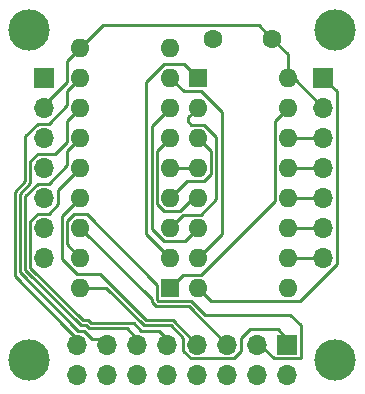
<source format=gbr>
%TF.GenerationSoftware,KiCad,Pcbnew,5.1.6+dfsg1-1*%
%TF.CreationDate,2020-09-04T14:06:56-04:00*%
%TF.ProjectId,74HC595Breakout,37344843-3539-4354-9272-65616b6f7574,rev?*%
%TF.SameCoordinates,Original*%
%TF.FileFunction,Copper,L1,Top*%
%TF.FilePolarity,Positive*%
%FSLAX46Y46*%
G04 Gerber Fmt 4.6, Leading zero omitted, Abs format (unit mm)*
G04 Created by KiCad (PCBNEW 5.1.6+dfsg1-1) date 2020-09-04 14:06:56*
%MOMM*%
%LPD*%
G01*
G04 APERTURE LIST*
%TA.AperFunction,ComponentPad*%
%ADD10C,3.500000*%
%TD*%
%TA.AperFunction,ComponentPad*%
%ADD11C,1.600000*%
%TD*%
%TA.AperFunction,ComponentPad*%
%ADD12R,1.600000X1.600000*%
%TD*%
%TA.AperFunction,ComponentPad*%
%ADD13O,1.600000X1.600000*%
%TD*%
%TA.AperFunction,ComponentPad*%
%ADD14O,1.700000X1.700000*%
%TD*%
%TA.AperFunction,ComponentPad*%
%ADD15R,1.700000X1.700000*%
%TD*%
%TA.AperFunction,Conductor*%
%ADD16C,0.250000*%
%TD*%
G04 APERTURE END LIST*
D10*
%TO.P,REF\u002A\u002A,1*%
%TO.N,N/C*%
X147320000Y-78740000D03*
%TD*%
%TO.P,REF\u002A\u002A,1*%
%TO.N,N/C*%
X121412000Y-78740000D03*
%TD*%
%TO.P,REF\u002A\u002A,1*%
%TO.N,N/C*%
X121412000Y-106680000D03*
%TD*%
%TO.P,REF\u002A\u002A,1*%
%TO.N,N/C*%
X147320000Y-106680000D03*
%TD*%
D11*
%TO.P,C1,1*%
%TO.N,VCC*%
X141986000Y-79502000D03*
%TO.P,C1,2*%
%TO.N,GND*%
X136986000Y-79502000D03*
%TD*%
D12*
%TO.P,U1,1*%
%TO.N,Net-(U1-Pad1)*%
X135675001Y-82825001D03*
D13*
%TO.P,U1,9*%
%TO.N,Net-(J2-Pad3)*%
X143295001Y-100605001D03*
%TO.P,U1,2*%
%TO.N,Net-(U1-Pad2)*%
X135675001Y-85365001D03*
%TO.P,U1,10*%
%TO.N,/SRCLR*%
X143295001Y-98065001D03*
%TO.P,U1,3*%
%TO.N,Net-(U1-Pad3)*%
X135675001Y-87905001D03*
%TO.P,U1,11*%
%TO.N,Net-(J1-Pad6)*%
X143295001Y-95525001D03*
%TO.P,U1,4*%
%TO.N,Net-(U1-Pad4)*%
X135675001Y-90445001D03*
%TO.P,U1,12*%
%TO.N,Net-(J1-Pad5)*%
X143295001Y-92985001D03*
%TO.P,U1,5*%
%TO.N,Net-(U1-Pad5)*%
X135675001Y-92985001D03*
%TO.P,U1,13*%
%TO.N,/OE*%
X143295001Y-90445001D03*
%TO.P,U1,6*%
%TO.N,Net-(U1-Pad6)*%
X135675001Y-95525001D03*
%TO.P,U1,14*%
%TO.N,Net-(J1-Pad3)*%
X143295001Y-87905001D03*
%TO.P,U1,7*%
%TO.N,Net-(U1-Pad7)*%
X135675001Y-98065001D03*
%TO.P,U1,15*%
%TO.N,Net-(U1-Pad15)*%
X143295001Y-85365001D03*
%TO.P,U1,8*%
%TO.N,GND*%
X135675001Y-100605001D03*
%TO.P,U1,16*%
%TO.N,VCC*%
X143295001Y-82825001D03*
%TD*%
D14*
%TO.P,J1,7*%
%TO.N,/SRCLR*%
X146304000Y-98044000D03*
%TO.P,J1,6*%
%TO.N,Net-(J1-Pad6)*%
X146304000Y-95504000D03*
%TO.P,J1,5*%
%TO.N,Net-(J1-Pad5)*%
X146304000Y-92964000D03*
%TO.P,J1,4*%
%TO.N,/OE*%
X146304000Y-90424000D03*
%TO.P,J1,3*%
%TO.N,Net-(J1-Pad3)*%
X146304000Y-87884000D03*
%TO.P,J1,2*%
%TO.N,VCC*%
X146304000Y-85344000D03*
D15*
%TO.P,J1,1*%
%TO.N,GND*%
X146304000Y-82804000D03*
%TD*%
%TO.P,J2,1*%
%TO.N,GND*%
X122682000Y-82804000D03*
D14*
%TO.P,J2,2*%
%TO.N,VCC*%
X122682000Y-85344000D03*
%TO.P,J2,3*%
%TO.N,Net-(J2-Pad3)*%
X122682000Y-87884000D03*
%TO.P,J2,4*%
%TO.N,/OE*%
X122682000Y-90424000D03*
%TO.P,J2,5*%
%TO.N,Net-(J1-Pad5)*%
X122682000Y-92964000D03*
%TO.P,J2,6*%
%TO.N,Net-(J1-Pad6)*%
X122682000Y-95504000D03*
%TO.P,J2,7*%
%TO.N,/SRCLR*%
X122682000Y-98044000D03*
%TD*%
D12*
%TO.P,U2,1*%
%TO.N,Net-(U1-Pad15)*%
X133350000Y-100584000D03*
D13*
%TO.P,U2,10*%
%TO.N,VCC*%
X125730000Y-80264000D03*
%TO.P,U2,2*%
%TO.N,Net-(U1-Pad1)*%
X133350000Y-98044000D03*
%TO.P,U2,11*%
%TO.N,Net-(J3-Pad8)*%
X125730000Y-82804000D03*
%TO.P,U2,3*%
%TO.N,Net-(U1-Pad2)*%
X133350000Y-95504000D03*
%TO.P,U2,12*%
%TO.N,Net-(J3-Pad7)*%
X125730000Y-85344000D03*
%TO.P,U2,4*%
%TO.N,Net-(U1-Pad3)*%
X133350000Y-92964000D03*
%TO.P,U2,13*%
%TO.N,Net-(J3-Pad6)*%
X125730000Y-87884000D03*
%TO.P,U2,5*%
%TO.N,Net-(U1-Pad4)*%
X133350000Y-90424000D03*
%TO.P,U2,14*%
%TO.N,Net-(J3-Pad5)*%
X125730000Y-90424000D03*
%TO.P,U2,6*%
%TO.N,Net-(U1-Pad5)*%
X133350000Y-87884000D03*
%TO.P,U2,15*%
%TO.N,Net-(J3-Pad4)*%
X125730000Y-92964000D03*
%TO.P,U2,7*%
%TO.N,Net-(U1-Pad6)*%
X133350000Y-85344000D03*
%TO.P,U2,16*%
%TO.N,Net-(J3-Pad3)*%
X125730000Y-95504000D03*
%TO.P,U2,8*%
%TO.N,Net-(U1-Pad7)*%
X133350000Y-82804000D03*
%TO.P,U2,17*%
%TO.N,Net-(J3-Pad2)*%
X125730000Y-98044000D03*
%TO.P,U2,9*%
%TO.N,GND*%
X133350000Y-80264000D03*
%TO.P,U2,18*%
%TO.N,Net-(J3-Pad1)*%
X125730000Y-100584000D03*
%TD*%
D15*
%TO.P,J3,1*%
%TO.N,Net-(J3-Pad1)*%
X143256000Y-105410000D03*
D14*
%TO.P,J3,9*%
%TO.N,VCC*%
X143256000Y-107950000D03*
%TO.P,J3,2*%
%TO.N,Net-(J3-Pad2)*%
X140716000Y-105410000D03*
%TO.P,J3,10*%
%TO.N,VCC*%
X140716000Y-107950000D03*
%TO.P,J3,3*%
%TO.N,Net-(J3-Pad3)*%
X138176000Y-105410000D03*
%TO.P,J3,11*%
%TO.N,VCC*%
X138176000Y-107950000D03*
%TO.P,J3,4*%
%TO.N,Net-(J3-Pad4)*%
X135636000Y-105410000D03*
%TO.P,J3,12*%
%TO.N,VCC*%
X135636000Y-107950000D03*
%TO.P,J3,5*%
%TO.N,Net-(J3-Pad5)*%
X133096000Y-105410000D03*
%TO.P,J3,13*%
%TO.N,VCC*%
X133096000Y-107950000D03*
%TO.P,J3,6*%
%TO.N,Net-(J3-Pad6)*%
X130556000Y-105410000D03*
%TO.P,J3,14*%
%TO.N,VCC*%
X130556000Y-107950000D03*
%TO.P,J3,7*%
%TO.N,Net-(J3-Pad7)*%
X128016000Y-105410000D03*
%TO.P,J3,15*%
%TO.N,VCC*%
X128016000Y-107950000D03*
%TO.P,J3,8*%
%TO.N,Net-(J3-Pad8)*%
X125476000Y-105410000D03*
%TO.P,J3,16*%
%TO.N,VCC*%
X125476000Y-107950000D03*
%TD*%
D16*
%TO.N,VCC*%
X143295001Y-80811001D02*
X141986000Y-79502000D01*
X143295001Y-82825001D02*
X143295001Y-80811001D01*
X143785001Y-82825001D02*
X143295001Y-82825001D01*
X146304000Y-85344000D02*
X143785001Y-82825001D01*
X124604999Y-81389001D02*
X125730000Y-80264000D01*
X124604999Y-83166003D02*
X124604999Y-81389001D01*
X122682000Y-85089002D02*
X124604999Y-83166003D01*
X122682000Y-85344000D02*
X122682000Y-85089002D01*
X140860999Y-78376999D02*
X141986000Y-79502000D01*
X127617001Y-78376999D02*
X140860999Y-78376999D01*
X125730000Y-80264000D02*
X127617001Y-78376999D01*
%TO.N,GND*%
X147479001Y-83979001D02*
X146304000Y-82804000D01*
X147479001Y-98608001D02*
X147479001Y-83979001D01*
X144357000Y-101730002D02*
X147479001Y-98608001D01*
X136800002Y-101730002D02*
X144357000Y-101730002D01*
X135675001Y-100605001D02*
X136800002Y-101730002D01*
%TO.N,Net-(J1-Pad3)*%
X143316002Y-87884000D02*
X143295001Y-87905001D01*
X146304000Y-87884000D02*
X143316002Y-87884000D01*
%TO.N,/SRCLR*%
X143316002Y-98044000D02*
X143295001Y-98065001D01*
X146304000Y-98044000D02*
X143316002Y-98044000D01*
%TO.N,Net-(J1-Pad6)*%
X143316002Y-95504000D02*
X143295001Y-95525001D01*
X146304000Y-95504000D02*
X143316002Y-95504000D01*
%TO.N,/OE*%
X143316002Y-90424000D02*
X143295001Y-90445001D01*
X146304000Y-90424000D02*
X143316002Y-90424000D01*
%TO.N,Net-(J1-Pad5)*%
X143316002Y-92964000D02*
X143295001Y-92985001D01*
X146304000Y-92964000D02*
X143316002Y-92964000D01*
%TO.N,Net-(J3-Pad8)*%
X121056988Y-87770010D02*
X121056988Y-91577189D01*
X120156966Y-99582966D02*
X124626001Y-104052001D01*
X121056988Y-91577189D02*
X120156966Y-92477210D01*
X124604999Y-83929001D02*
X124604999Y-85160003D01*
X124626001Y-104052001D02*
X125476000Y-104902000D01*
X125730000Y-82804000D02*
X124604999Y-83929001D01*
X124604999Y-85160003D02*
X123056003Y-86708999D01*
X123056003Y-86708999D02*
X122117999Y-86708999D01*
X122117999Y-86708999D02*
X121056988Y-87770010D01*
X120156966Y-92477210D02*
X120156966Y-99582966D01*
%TO.N,Net-(J3-Pad7)*%
X122117999Y-89248999D02*
X121506999Y-89859999D01*
X123603001Y-89248999D02*
X122117999Y-89248999D01*
X121506999Y-89859999D02*
X121506999Y-91763589D01*
X121506999Y-91763589D02*
X120606977Y-92663610D01*
X126707002Y-104902000D02*
X128016000Y-104902000D01*
X120606977Y-92663610D02*
X120606977Y-99273799D01*
X124604999Y-86469001D02*
X124604999Y-88247001D01*
X124604999Y-88247001D02*
X123603001Y-89248999D01*
X125730000Y-85344000D02*
X124604999Y-86469001D01*
X120606977Y-99273799D02*
X125568177Y-104234999D01*
X125568177Y-104234999D02*
X126040001Y-104234999D01*
X126040001Y-104234999D02*
X126707002Y-104902000D01*
%TO.N,Net-(J3-Pad6)*%
X124604999Y-90240003D02*
X123056003Y-91788999D01*
X121056988Y-99087399D02*
X125754577Y-103784988D01*
X126465435Y-104024022D02*
X129678022Y-104024022D01*
X122117999Y-91788999D02*
X121056988Y-92850010D01*
X125754577Y-103784988D02*
X126226401Y-103784988D01*
X125730000Y-87884000D02*
X124604999Y-89009001D01*
X121056988Y-92850010D02*
X121056988Y-99087399D01*
X124604999Y-89009001D02*
X124604999Y-90240003D01*
X129678022Y-104024022D02*
X130556000Y-104902000D01*
X126226401Y-103784988D02*
X126465435Y-104024022D01*
X123056003Y-91788999D02*
X122117999Y-91788999D01*
%TO.N,Net-(J3-Pad5)*%
X125940977Y-103334977D02*
X126412801Y-103334977D01*
X132428999Y-104234999D02*
X133096000Y-104902000D01*
X125730000Y-90424000D02*
X123857001Y-92296999D01*
X123857001Y-92296999D02*
X123857001Y-93528001D01*
X121506999Y-94939999D02*
X121506999Y-98900999D01*
X123857001Y-93528001D02*
X123056003Y-94328999D01*
X122117999Y-94328999D02*
X121506999Y-94939999D01*
X126412801Y-103334977D02*
X126651835Y-103574011D01*
X130902177Y-104234999D02*
X132428999Y-104234999D01*
X130241189Y-103574011D02*
X130902177Y-104234999D01*
X123056003Y-94328999D02*
X122117999Y-94328999D01*
X126651835Y-103574011D02*
X130241189Y-103574011D01*
X121506999Y-98900999D02*
X125940977Y-103334977D01*
%TO.N,Net-(J3-Pad4)*%
X135636000Y-104902000D02*
X135482998Y-104902000D01*
X125479997Y-99458999D02*
X127398999Y-99458999D01*
X124154988Y-98133990D02*
X125479997Y-99458999D01*
X124154988Y-94539012D02*
X124154988Y-98133990D01*
X125730000Y-92964000D02*
X124154988Y-94539012D01*
X133560977Y-103334977D02*
X135636000Y-105410000D01*
X131274977Y-103334977D02*
X133560977Y-103334977D01*
X127398999Y-99458999D02*
X131274977Y-103334977D01*
%TO.N,Net-(J3-Pad3)*%
X131774988Y-101548988D02*
X131774988Y-101830401D01*
X125730000Y-95504000D02*
X131774988Y-101548988D01*
X134925012Y-102159012D02*
X138176000Y-105410000D01*
X132103599Y-102159012D02*
X134925012Y-102159012D01*
X131774988Y-101830401D02*
X132103599Y-102159012D01*
%TO.N,Net-(J3-Pad2)*%
X142145999Y-106585001D02*
X140716000Y-105155002D01*
X132224999Y-100333997D02*
X132224999Y-101644001D01*
X126270001Y-94378999D02*
X132224999Y-100333997D01*
X135111412Y-101709001D02*
X136272409Y-102869999D01*
X124604999Y-96918999D02*
X124604999Y-94963999D01*
X132224999Y-101644001D02*
X132289999Y-101709001D01*
X144431001Y-103791999D02*
X144431001Y-106520001D01*
X144431001Y-106520001D02*
X144366001Y-106585001D01*
X136272409Y-102869999D02*
X143509001Y-102869999D01*
X143509001Y-102869999D02*
X144431001Y-103791999D01*
X125189999Y-94378999D02*
X126270001Y-94378999D01*
X144366001Y-106585001D02*
X142145999Y-106585001D01*
X132289999Y-101709001D02*
X135111412Y-101709001D01*
X124604999Y-94963999D02*
X125189999Y-94378999D01*
X125730000Y-98044000D02*
X124604999Y-96918999D01*
X140716000Y-105155002D02*
X140716000Y-104902000D01*
%TO.N,Net-(J3-Pad1)*%
X125730000Y-100584000D02*
X127887589Y-100584000D01*
X142436009Y-104082009D02*
X143256000Y-104902000D01*
X140114991Y-104082009D02*
X142436009Y-104082009D01*
X138740001Y-106585001D02*
X139351001Y-105974001D01*
X139351001Y-105974001D02*
X139351001Y-104845999D01*
X134460999Y-104871409D02*
X134460999Y-105974001D01*
X134460999Y-105974001D02*
X135071999Y-106585001D01*
X139351001Y-104845999D02*
X140114991Y-104082009D01*
X133374578Y-103784988D02*
X134460999Y-104871409D01*
X131088577Y-103784988D02*
X133374578Y-103784988D01*
X135071999Y-106585001D02*
X138740001Y-106585001D01*
X127887589Y-100584000D02*
X131088577Y-103784988D01*
%TO.N,Net-(U1-Pad1)*%
X132809999Y-81678999D02*
X134528999Y-81678999D01*
X131324980Y-83164018D02*
X132809999Y-81678999D01*
X131324980Y-96018980D02*
X131324980Y-83164018D01*
X134528999Y-81678999D02*
X135675001Y-82825001D01*
X133350000Y-98044000D02*
X131324980Y-96018980D01*
%TO.N,Net-(U1-Pad2)*%
X134454000Y-94400000D02*
X133350000Y-95504000D01*
X135925004Y-94400000D02*
X134454000Y-94400000D01*
X137250012Y-93074992D02*
X135925004Y-94400000D01*
X137250012Y-87815011D02*
X137250012Y-93074992D01*
X136215002Y-86780000D02*
X137250012Y-87815011D01*
X135135000Y-86780000D02*
X136215002Y-86780000D01*
X134875002Y-86520002D02*
X135135000Y-86780000D01*
X134875002Y-86165000D02*
X134875002Y-86520002D01*
X135675001Y-85365001D02*
X134875002Y-86165000D01*
%TO.N,Net-(U1-Pad3)*%
X134743998Y-91570002D02*
X133350000Y-92964000D01*
X136215002Y-91570002D02*
X134743998Y-91570002D01*
X136800002Y-90985002D02*
X136215002Y-91570002D01*
X136800002Y-89030002D02*
X136800002Y-90985002D01*
X135675001Y-87905001D02*
X136800002Y-89030002D01*
%TO.N,Net-(U1-Pad4)*%
X133371001Y-90445001D02*
X133350000Y-90424000D01*
X135675001Y-90445001D02*
X133371001Y-90445001D01*
%TO.N,Net-(U1-Pad5)*%
X134128588Y-94089001D02*
X135232588Y-92985001D01*
X132809999Y-94089001D02*
X134128588Y-94089001D01*
X133350000Y-87884000D02*
X132224999Y-89009001D01*
X132224999Y-93504001D02*
X132809999Y-94089001D01*
X135232588Y-92985001D02*
X135675001Y-92985001D01*
X132224999Y-89009001D02*
X132224999Y-93504001D01*
%TO.N,Net-(U1-Pad6)*%
X134571001Y-96629001D02*
X135675001Y-95525001D01*
X132809999Y-96629001D02*
X134571001Y-96629001D01*
X131774988Y-95593990D02*
X132809999Y-96629001D01*
X131774988Y-86919012D02*
X131774988Y-95593990D01*
X133350000Y-85344000D02*
X131774988Y-86919012D01*
%TO.N,Net-(U1-Pad7)*%
X134496002Y-83950002D02*
X133350000Y-82804000D01*
X135925004Y-83950002D02*
X134496002Y-83950002D01*
X137700021Y-85725019D02*
X135925004Y-83950002D01*
X137700021Y-96039981D02*
X137700021Y-85725019D01*
X135675001Y-98065001D02*
X137700021Y-96039981D01*
%TO.N,Net-(U1-Pad15)*%
X135925004Y-99480000D02*
X134454000Y-99480000D01*
X143295001Y-85365001D02*
X142170000Y-86490002D01*
X142170000Y-93235004D02*
X135925004Y-99480000D01*
X142170000Y-86490002D02*
X142170000Y-93235004D01*
X134454000Y-99480000D02*
X133350000Y-100584000D01*
%TD*%
M02*

</source>
